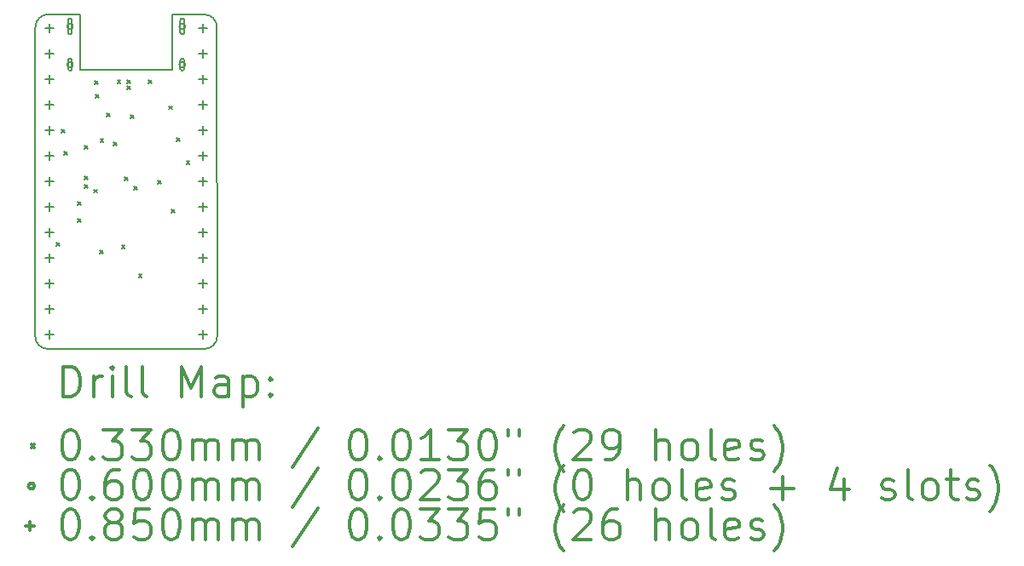
<source format=gbr>
%FSLAX45Y45*%
G04 Gerber Fmt 4.5, Leading zero omitted, Abs format (unit mm)*
G04 Created by KiCad (PCBNEW (5.1.10-1-10_14)) date 2021-09-18 19:47:18*
%MOMM*%
%LPD*%
G01*
G04 APERTURE LIST*
%TA.AperFunction,Profile*%
%ADD10C,0.150000*%
%TD*%
%ADD11C,0.200000*%
%ADD12C,0.300000*%
G04 APERTURE END LIST*
D10*
X3673700Y-1987300D02*
G75*
G03*
X3546700Y-1860300I-127000J0D01*
G01*
X3547970Y-5188970D02*
G75*
G03*
X3674970Y-5061970I0J127000D01*
G01*
X1869030Y-5061970D02*
G75*
G03*
X1996030Y-5188970I127000J0D01*
G01*
X1997300Y-1860300D02*
G75*
G03*
X1870300Y-1987300I0J-127000D01*
G01*
X3229153Y-1860277D02*
X3546700Y-1860300D01*
X3229153Y-2410000D02*
X3229153Y-1860277D01*
X2314753Y-2410000D02*
X3229153Y-2410000D01*
X2314753Y-1860277D02*
X2314753Y-2410000D01*
X1997300Y-1860300D02*
X2314753Y-1860277D01*
X1869030Y-5061970D02*
X1870300Y-1987300D01*
X3673700Y-1987300D02*
X3674970Y-5061970D01*
X3547970Y-5188970D02*
X1996030Y-5188970D01*
D11*
X2074850Y-4127180D02*
X2107850Y-4160180D01*
X2107850Y-4127180D02*
X2074850Y-4160180D01*
X2132540Y-3002530D02*
X2165540Y-3035530D01*
X2165540Y-3002530D02*
X2132540Y-3035530D01*
X2151030Y-3223360D02*
X2184030Y-3256360D01*
X2184030Y-3223360D02*
X2151030Y-3256360D01*
X2287280Y-3890610D02*
X2320280Y-3923610D01*
X2320280Y-3890610D02*
X2287280Y-3923610D01*
X2291130Y-3725570D02*
X2324130Y-3758570D01*
X2324130Y-3725570D02*
X2291130Y-3758570D01*
X2360160Y-3556540D02*
X2393160Y-3589540D01*
X2393160Y-3556540D02*
X2360160Y-3589540D01*
X2360530Y-3469150D02*
X2393530Y-3502150D01*
X2393530Y-3469150D02*
X2360530Y-3502150D01*
X2361040Y-3167390D02*
X2394040Y-3200390D01*
X2394040Y-3167390D02*
X2361040Y-3200390D01*
X2447520Y-3601410D02*
X2480520Y-3634410D01*
X2480520Y-3601410D02*
X2447520Y-3634410D01*
X2459590Y-2525540D02*
X2492590Y-2558540D01*
X2492590Y-2525540D02*
X2459590Y-2558540D01*
X2469970Y-2659900D02*
X2502970Y-2692900D01*
X2502970Y-2659900D02*
X2469970Y-2692900D01*
X2509480Y-4210530D02*
X2542480Y-4243530D01*
X2542480Y-4210530D02*
X2509480Y-4243530D01*
X2514690Y-3097710D02*
X2547690Y-3130710D01*
X2547690Y-3097710D02*
X2514690Y-3130710D01*
X2577070Y-2843360D02*
X2610070Y-2876360D01*
X2610070Y-2843360D02*
X2577070Y-2876360D01*
X2647980Y-3135220D02*
X2680980Y-3168220D01*
X2680980Y-3135220D02*
X2647980Y-3168220D01*
X2684130Y-2513850D02*
X2717130Y-2546850D01*
X2717130Y-2513850D02*
X2684130Y-2546850D01*
X2726450Y-4155650D02*
X2759450Y-4188650D01*
X2759450Y-4155650D02*
X2726450Y-4188650D01*
X2757760Y-3476160D02*
X2790760Y-3509160D01*
X2790760Y-3476160D02*
X2757760Y-3509160D01*
X2780390Y-2512840D02*
X2813390Y-2545840D01*
X2813390Y-2512840D02*
X2780390Y-2545840D01*
X2783690Y-2574560D02*
X2816690Y-2607560D01*
X2816690Y-2574560D02*
X2783690Y-2607560D01*
X2818000Y-2864160D02*
X2851000Y-2897160D01*
X2851000Y-2864160D02*
X2818000Y-2897160D01*
X2845940Y-3575320D02*
X2878940Y-3608320D01*
X2878940Y-3575320D02*
X2845940Y-3608320D01*
X2895610Y-4442160D02*
X2928610Y-4475160D01*
X2928610Y-4442160D02*
X2895610Y-4475160D01*
X2995780Y-2511570D02*
X3028780Y-2544570D01*
X3028780Y-2511570D02*
X2995780Y-2544570D01*
X3085350Y-3516250D02*
X3118350Y-3549250D01*
X3118350Y-3516250D02*
X3085350Y-3549250D01*
X3198720Y-2772070D02*
X3231720Y-2805070D01*
X3231720Y-2772070D02*
X3198720Y-2805070D01*
X3222810Y-3802350D02*
X3255810Y-3835350D01*
X3255810Y-3802350D02*
X3222810Y-3835350D01*
X3273420Y-3089820D02*
X3306420Y-3122820D01*
X3306420Y-3089820D02*
X3273420Y-3122820D01*
X3369820Y-3314710D02*
X3402820Y-3347710D01*
X3402820Y-3314710D02*
X3369820Y-3347710D01*
X2244630Y-1980000D02*
G75*
G03*
X2244630Y-1980000I-30000J0D01*
G01*
X2194630Y-1920000D02*
X2194630Y-2040000D01*
X2234630Y-1920000D02*
X2234630Y-2040000D01*
X2194630Y-2040000D02*
G75*
G03*
X2234630Y-2040000I20000J0D01*
G01*
X2234630Y-1920000D02*
G75*
G03*
X2194630Y-1920000I-20000J0D01*
G01*
X2244630Y-2360000D02*
G75*
G03*
X2244630Y-2360000I-30000J0D01*
G01*
X2194630Y-2320000D02*
X2194630Y-2400000D01*
X2234630Y-2320000D02*
X2234630Y-2400000D01*
X2194630Y-2400000D02*
G75*
G03*
X2234630Y-2400000I20000J0D01*
G01*
X2234630Y-2320000D02*
G75*
G03*
X2194630Y-2320000I-20000J0D01*
G01*
X3359690Y-1980000D02*
G75*
G03*
X3359690Y-1980000I-30000J0D01*
G01*
X3309690Y-1920000D02*
X3309690Y-2040000D01*
X3349690Y-1920000D02*
X3349690Y-2040000D01*
X3309690Y-2040000D02*
G75*
G03*
X3349690Y-2040000I20000J0D01*
G01*
X3349690Y-1920000D02*
G75*
G03*
X3309690Y-1920000I-20000J0D01*
G01*
X3359720Y-2360000D02*
G75*
G03*
X3359720Y-2360000I-30000J0D01*
G01*
X3309720Y-2320000D02*
X3309720Y-2400000D01*
X3349720Y-2320000D02*
X3349720Y-2400000D01*
X3309720Y-2400000D02*
G75*
G03*
X3349720Y-2400000I20000J0D01*
G01*
X3349720Y-2320000D02*
G75*
G03*
X3309720Y-2320000I-20000J0D01*
G01*
X2010160Y-1957500D02*
X2010160Y-2042500D01*
X1967660Y-2000000D02*
X2052660Y-2000000D01*
X2010160Y-2211500D02*
X2010160Y-2296500D01*
X1967660Y-2254000D02*
X2052660Y-2254000D01*
X2010160Y-2465500D02*
X2010160Y-2550500D01*
X1967660Y-2508000D02*
X2052660Y-2508000D01*
X2010160Y-2719500D02*
X2010160Y-2804500D01*
X1967660Y-2762000D02*
X2052660Y-2762000D01*
X2010160Y-2973500D02*
X2010160Y-3058500D01*
X1967660Y-3016000D02*
X2052660Y-3016000D01*
X2010160Y-3227500D02*
X2010160Y-3312500D01*
X1967660Y-3270000D02*
X2052660Y-3270000D01*
X2010160Y-3481500D02*
X2010160Y-3566500D01*
X1967660Y-3524000D02*
X2052660Y-3524000D01*
X2010160Y-3735500D02*
X2010160Y-3820500D01*
X1967660Y-3778000D02*
X2052660Y-3778000D01*
X2010160Y-3989500D02*
X2010160Y-4074500D01*
X1967660Y-4032000D02*
X2052660Y-4032000D01*
X2010160Y-4243500D02*
X2010160Y-4328500D01*
X1967660Y-4286000D02*
X2052660Y-4286000D01*
X2010160Y-4497500D02*
X2010160Y-4582500D01*
X1967660Y-4540000D02*
X2052660Y-4540000D01*
X2010160Y-4751500D02*
X2010160Y-4836500D01*
X1967660Y-4794000D02*
X2052660Y-4794000D01*
X2010160Y-5005500D02*
X2010160Y-5090500D01*
X1967660Y-5048000D02*
X2052660Y-5048000D01*
X3534160Y-1957500D02*
X3534160Y-2042500D01*
X3491660Y-2000000D02*
X3576660Y-2000000D01*
X3534160Y-2211500D02*
X3534160Y-2296500D01*
X3491660Y-2254000D02*
X3576660Y-2254000D01*
X3534160Y-2465500D02*
X3534160Y-2550500D01*
X3491660Y-2508000D02*
X3576660Y-2508000D01*
X3534160Y-2719500D02*
X3534160Y-2804500D01*
X3491660Y-2762000D02*
X3576660Y-2762000D01*
X3534160Y-2973500D02*
X3534160Y-3058500D01*
X3491660Y-3016000D02*
X3576660Y-3016000D01*
X3534160Y-3227500D02*
X3534160Y-3312500D01*
X3491660Y-3270000D02*
X3576660Y-3270000D01*
X3534160Y-3481500D02*
X3534160Y-3566500D01*
X3491660Y-3524000D02*
X3576660Y-3524000D01*
X3534160Y-3735500D02*
X3534160Y-3820500D01*
X3491660Y-3778000D02*
X3576660Y-3778000D01*
X3534160Y-3989500D02*
X3534160Y-4074500D01*
X3491660Y-4032000D02*
X3576660Y-4032000D01*
X3534160Y-4243500D02*
X3534160Y-4328500D01*
X3491660Y-4286000D02*
X3576660Y-4286000D01*
X3534160Y-4497500D02*
X3534160Y-4582500D01*
X3491660Y-4540000D02*
X3576660Y-4540000D01*
X3534160Y-4751500D02*
X3534160Y-4836500D01*
X3491660Y-4794000D02*
X3576660Y-4794000D01*
X3534160Y-5005500D02*
X3534160Y-5090500D01*
X3491660Y-5048000D02*
X3576660Y-5048000D01*
D12*
X2147958Y-5662184D02*
X2147958Y-5362184D01*
X2219387Y-5362184D01*
X2262244Y-5376470D01*
X2290816Y-5405042D01*
X2305101Y-5433613D01*
X2319387Y-5490756D01*
X2319387Y-5533613D01*
X2305101Y-5590756D01*
X2290816Y-5619327D01*
X2262244Y-5647899D01*
X2219387Y-5662184D01*
X2147958Y-5662184D01*
X2447958Y-5662184D02*
X2447958Y-5462184D01*
X2447958Y-5519327D02*
X2462244Y-5490756D01*
X2476530Y-5476470D01*
X2505101Y-5462184D01*
X2533673Y-5462184D01*
X2633673Y-5662184D02*
X2633673Y-5462184D01*
X2633673Y-5362184D02*
X2619387Y-5376470D01*
X2633673Y-5390756D01*
X2647958Y-5376470D01*
X2633673Y-5362184D01*
X2633673Y-5390756D01*
X2819387Y-5662184D02*
X2790816Y-5647899D01*
X2776530Y-5619327D01*
X2776530Y-5362184D01*
X2976530Y-5662184D02*
X2947958Y-5647899D01*
X2933673Y-5619327D01*
X2933673Y-5362184D01*
X3319387Y-5662184D02*
X3319387Y-5362184D01*
X3419387Y-5576470D01*
X3519387Y-5362184D01*
X3519387Y-5662184D01*
X3790816Y-5662184D02*
X3790816Y-5505042D01*
X3776530Y-5476470D01*
X3747958Y-5462184D01*
X3690816Y-5462184D01*
X3662244Y-5476470D01*
X3790816Y-5647899D02*
X3762244Y-5662184D01*
X3690816Y-5662184D01*
X3662244Y-5647899D01*
X3647958Y-5619327D01*
X3647958Y-5590756D01*
X3662244Y-5562184D01*
X3690816Y-5547899D01*
X3762244Y-5547899D01*
X3790816Y-5533613D01*
X3933673Y-5462184D02*
X3933673Y-5762184D01*
X3933673Y-5476470D02*
X3962244Y-5462184D01*
X4019387Y-5462184D01*
X4047958Y-5476470D01*
X4062244Y-5490756D01*
X4076530Y-5519327D01*
X4076530Y-5605041D01*
X4062244Y-5633613D01*
X4047958Y-5647899D01*
X4019387Y-5662184D01*
X3962244Y-5662184D01*
X3933673Y-5647899D01*
X4205101Y-5633613D02*
X4219387Y-5647899D01*
X4205101Y-5662184D01*
X4190816Y-5647899D01*
X4205101Y-5633613D01*
X4205101Y-5662184D01*
X4205101Y-5476470D02*
X4219387Y-5490756D01*
X4205101Y-5505042D01*
X4190816Y-5490756D01*
X4205101Y-5476470D01*
X4205101Y-5505042D01*
X1828530Y-6139970D02*
X1861530Y-6172970D01*
X1861530Y-6139970D02*
X1828530Y-6172970D01*
X2205101Y-5992184D02*
X2233673Y-5992184D01*
X2262244Y-6006470D01*
X2276530Y-6020756D01*
X2290816Y-6049327D01*
X2305101Y-6106470D01*
X2305101Y-6177899D01*
X2290816Y-6235041D01*
X2276530Y-6263613D01*
X2262244Y-6277899D01*
X2233673Y-6292184D01*
X2205101Y-6292184D01*
X2176530Y-6277899D01*
X2162244Y-6263613D01*
X2147958Y-6235041D01*
X2133673Y-6177899D01*
X2133673Y-6106470D01*
X2147958Y-6049327D01*
X2162244Y-6020756D01*
X2176530Y-6006470D01*
X2205101Y-5992184D01*
X2433673Y-6263613D02*
X2447958Y-6277899D01*
X2433673Y-6292184D01*
X2419387Y-6277899D01*
X2433673Y-6263613D01*
X2433673Y-6292184D01*
X2547958Y-5992184D02*
X2733673Y-5992184D01*
X2633673Y-6106470D01*
X2676530Y-6106470D01*
X2705101Y-6120756D01*
X2719387Y-6135041D01*
X2733673Y-6163613D01*
X2733673Y-6235041D01*
X2719387Y-6263613D01*
X2705101Y-6277899D01*
X2676530Y-6292184D01*
X2590816Y-6292184D01*
X2562244Y-6277899D01*
X2547958Y-6263613D01*
X2833673Y-5992184D02*
X3019387Y-5992184D01*
X2919387Y-6106470D01*
X2962244Y-6106470D01*
X2990816Y-6120756D01*
X3005101Y-6135041D01*
X3019387Y-6163613D01*
X3019387Y-6235041D01*
X3005101Y-6263613D01*
X2990816Y-6277899D01*
X2962244Y-6292184D01*
X2876530Y-6292184D01*
X2847958Y-6277899D01*
X2833673Y-6263613D01*
X3205101Y-5992184D02*
X3233673Y-5992184D01*
X3262244Y-6006470D01*
X3276530Y-6020756D01*
X3290816Y-6049327D01*
X3305101Y-6106470D01*
X3305101Y-6177899D01*
X3290816Y-6235041D01*
X3276530Y-6263613D01*
X3262244Y-6277899D01*
X3233673Y-6292184D01*
X3205101Y-6292184D01*
X3176530Y-6277899D01*
X3162244Y-6263613D01*
X3147958Y-6235041D01*
X3133673Y-6177899D01*
X3133673Y-6106470D01*
X3147958Y-6049327D01*
X3162244Y-6020756D01*
X3176530Y-6006470D01*
X3205101Y-5992184D01*
X3433673Y-6292184D02*
X3433673Y-6092184D01*
X3433673Y-6120756D02*
X3447958Y-6106470D01*
X3476530Y-6092184D01*
X3519387Y-6092184D01*
X3547958Y-6106470D01*
X3562244Y-6135041D01*
X3562244Y-6292184D01*
X3562244Y-6135041D02*
X3576530Y-6106470D01*
X3605101Y-6092184D01*
X3647958Y-6092184D01*
X3676530Y-6106470D01*
X3690816Y-6135041D01*
X3690816Y-6292184D01*
X3833673Y-6292184D02*
X3833673Y-6092184D01*
X3833673Y-6120756D02*
X3847958Y-6106470D01*
X3876530Y-6092184D01*
X3919387Y-6092184D01*
X3947958Y-6106470D01*
X3962244Y-6135041D01*
X3962244Y-6292184D01*
X3962244Y-6135041D02*
X3976530Y-6106470D01*
X4005101Y-6092184D01*
X4047958Y-6092184D01*
X4076530Y-6106470D01*
X4090816Y-6135041D01*
X4090816Y-6292184D01*
X4676530Y-5977899D02*
X4419387Y-6363613D01*
X5062244Y-5992184D02*
X5090816Y-5992184D01*
X5119387Y-6006470D01*
X5133673Y-6020756D01*
X5147958Y-6049327D01*
X5162244Y-6106470D01*
X5162244Y-6177899D01*
X5147958Y-6235041D01*
X5133673Y-6263613D01*
X5119387Y-6277899D01*
X5090816Y-6292184D01*
X5062244Y-6292184D01*
X5033673Y-6277899D01*
X5019387Y-6263613D01*
X5005101Y-6235041D01*
X4990816Y-6177899D01*
X4990816Y-6106470D01*
X5005101Y-6049327D01*
X5019387Y-6020756D01*
X5033673Y-6006470D01*
X5062244Y-5992184D01*
X5290816Y-6263613D02*
X5305101Y-6277899D01*
X5290816Y-6292184D01*
X5276530Y-6277899D01*
X5290816Y-6263613D01*
X5290816Y-6292184D01*
X5490816Y-5992184D02*
X5519387Y-5992184D01*
X5547958Y-6006470D01*
X5562244Y-6020756D01*
X5576530Y-6049327D01*
X5590816Y-6106470D01*
X5590816Y-6177899D01*
X5576530Y-6235041D01*
X5562244Y-6263613D01*
X5547958Y-6277899D01*
X5519387Y-6292184D01*
X5490816Y-6292184D01*
X5462244Y-6277899D01*
X5447958Y-6263613D01*
X5433673Y-6235041D01*
X5419387Y-6177899D01*
X5419387Y-6106470D01*
X5433673Y-6049327D01*
X5447958Y-6020756D01*
X5462244Y-6006470D01*
X5490816Y-5992184D01*
X5876530Y-6292184D02*
X5705101Y-6292184D01*
X5790816Y-6292184D02*
X5790816Y-5992184D01*
X5762244Y-6035041D01*
X5733673Y-6063613D01*
X5705101Y-6077899D01*
X5976530Y-5992184D02*
X6162244Y-5992184D01*
X6062244Y-6106470D01*
X6105101Y-6106470D01*
X6133673Y-6120756D01*
X6147958Y-6135041D01*
X6162244Y-6163613D01*
X6162244Y-6235041D01*
X6147958Y-6263613D01*
X6133673Y-6277899D01*
X6105101Y-6292184D01*
X6019387Y-6292184D01*
X5990816Y-6277899D01*
X5976530Y-6263613D01*
X6347958Y-5992184D02*
X6376530Y-5992184D01*
X6405101Y-6006470D01*
X6419387Y-6020756D01*
X6433673Y-6049327D01*
X6447958Y-6106470D01*
X6447958Y-6177899D01*
X6433673Y-6235041D01*
X6419387Y-6263613D01*
X6405101Y-6277899D01*
X6376530Y-6292184D01*
X6347958Y-6292184D01*
X6319387Y-6277899D01*
X6305101Y-6263613D01*
X6290816Y-6235041D01*
X6276530Y-6177899D01*
X6276530Y-6106470D01*
X6290816Y-6049327D01*
X6305101Y-6020756D01*
X6319387Y-6006470D01*
X6347958Y-5992184D01*
X6562244Y-5992184D02*
X6562244Y-6049327D01*
X6676530Y-5992184D02*
X6676530Y-6049327D01*
X7119387Y-6406470D02*
X7105101Y-6392184D01*
X7076530Y-6349327D01*
X7062244Y-6320756D01*
X7047958Y-6277899D01*
X7033673Y-6206470D01*
X7033673Y-6149327D01*
X7047958Y-6077899D01*
X7062244Y-6035041D01*
X7076530Y-6006470D01*
X7105101Y-5963613D01*
X7119387Y-5949327D01*
X7219387Y-6020756D02*
X7233673Y-6006470D01*
X7262244Y-5992184D01*
X7333673Y-5992184D01*
X7362244Y-6006470D01*
X7376530Y-6020756D01*
X7390816Y-6049327D01*
X7390816Y-6077899D01*
X7376530Y-6120756D01*
X7205101Y-6292184D01*
X7390816Y-6292184D01*
X7533673Y-6292184D02*
X7590816Y-6292184D01*
X7619387Y-6277899D01*
X7633673Y-6263613D01*
X7662244Y-6220756D01*
X7676530Y-6163613D01*
X7676530Y-6049327D01*
X7662244Y-6020756D01*
X7647958Y-6006470D01*
X7619387Y-5992184D01*
X7562244Y-5992184D01*
X7533673Y-6006470D01*
X7519387Y-6020756D01*
X7505101Y-6049327D01*
X7505101Y-6120756D01*
X7519387Y-6149327D01*
X7533673Y-6163613D01*
X7562244Y-6177899D01*
X7619387Y-6177899D01*
X7647958Y-6163613D01*
X7662244Y-6149327D01*
X7676530Y-6120756D01*
X8033673Y-6292184D02*
X8033673Y-5992184D01*
X8162244Y-6292184D02*
X8162244Y-6135041D01*
X8147958Y-6106470D01*
X8119387Y-6092184D01*
X8076530Y-6092184D01*
X8047958Y-6106470D01*
X8033673Y-6120756D01*
X8347958Y-6292184D02*
X8319387Y-6277899D01*
X8305101Y-6263613D01*
X8290816Y-6235041D01*
X8290816Y-6149327D01*
X8305101Y-6120756D01*
X8319387Y-6106470D01*
X8347958Y-6092184D01*
X8390816Y-6092184D01*
X8419387Y-6106470D01*
X8433673Y-6120756D01*
X8447958Y-6149327D01*
X8447958Y-6235041D01*
X8433673Y-6263613D01*
X8419387Y-6277899D01*
X8390816Y-6292184D01*
X8347958Y-6292184D01*
X8619387Y-6292184D02*
X8590816Y-6277899D01*
X8576530Y-6249327D01*
X8576530Y-5992184D01*
X8847958Y-6277899D02*
X8819387Y-6292184D01*
X8762244Y-6292184D01*
X8733673Y-6277899D01*
X8719387Y-6249327D01*
X8719387Y-6135041D01*
X8733673Y-6106470D01*
X8762244Y-6092184D01*
X8819387Y-6092184D01*
X8847958Y-6106470D01*
X8862244Y-6135041D01*
X8862244Y-6163613D01*
X8719387Y-6192184D01*
X8976530Y-6277899D02*
X9005101Y-6292184D01*
X9062244Y-6292184D01*
X9090816Y-6277899D01*
X9105101Y-6249327D01*
X9105101Y-6235041D01*
X9090816Y-6206470D01*
X9062244Y-6192184D01*
X9019387Y-6192184D01*
X8990816Y-6177899D01*
X8976530Y-6149327D01*
X8976530Y-6135041D01*
X8990816Y-6106470D01*
X9019387Y-6092184D01*
X9062244Y-6092184D01*
X9090816Y-6106470D01*
X9205101Y-6406470D02*
X9219387Y-6392184D01*
X9247958Y-6349327D01*
X9262244Y-6320756D01*
X9276530Y-6277899D01*
X9290816Y-6206470D01*
X9290816Y-6149327D01*
X9276530Y-6077899D01*
X9262244Y-6035041D01*
X9247958Y-6006470D01*
X9219387Y-5963613D01*
X9205101Y-5949327D01*
X1861530Y-6552470D02*
G75*
G03*
X1861530Y-6552470I-30000J0D01*
G01*
X2205101Y-6388184D02*
X2233673Y-6388184D01*
X2262244Y-6402470D01*
X2276530Y-6416756D01*
X2290816Y-6445327D01*
X2305101Y-6502470D01*
X2305101Y-6573899D01*
X2290816Y-6631041D01*
X2276530Y-6659613D01*
X2262244Y-6673899D01*
X2233673Y-6688184D01*
X2205101Y-6688184D01*
X2176530Y-6673899D01*
X2162244Y-6659613D01*
X2147958Y-6631041D01*
X2133673Y-6573899D01*
X2133673Y-6502470D01*
X2147958Y-6445327D01*
X2162244Y-6416756D01*
X2176530Y-6402470D01*
X2205101Y-6388184D01*
X2433673Y-6659613D02*
X2447958Y-6673899D01*
X2433673Y-6688184D01*
X2419387Y-6673899D01*
X2433673Y-6659613D01*
X2433673Y-6688184D01*
X2705101Y-6388184D02*
X2647958Y-6388184D01*
X2619387Y-6402470D01*
X2605101Y-6416756D01*
X2576530Y-6459613D01*
X2562244Y-6516756D01*
X2562244Y-6631041D01*
X2576530Y-6659613D01*
X2590816Y-6673899D01*
X2619387Y-6688184D01*
X2676530Y-6688184D01*
X2705101Y-6673899D01*
X2719387Y-6659613D01*
X2733673Y-6631041D01*
X2733673Y-6559613D01*
X2719387Y-6531041D01*
X2705101Y-6516756D01*
X2676530Y-6502470D01*
X2619387Y-6502470D01*
X2590816Y-6516756D01*
X2576530Y-6531041D01*
X2562244Y-6559613D01*
X2919387Y-6388184D02*
X2947958Y-6388184D01*
X2976530Y-6402470D01*
X2990816Y-6416756D01*
X3005101Y-6445327D01*
X3019387Y-6502470D01*
X3019387Y-6573899D01*
X3005101Y-6631041D01*
X2990816Y-6659613D01*
X2976530Y-6673899D01*
X2947958Y-6688184D01*
X2919387Y-6688184D01*
X2890816Y-6673899D01*
X2876530Y-6659613D01*
X2862244Y-6631041D01*
X2847958Y-6573899D01*
X2847958Y-6502470D01*
X2862244Y-6445327D01*
X2876530Y-6416756D01*
X2890816Y-6402470D01*
X2919387Y-6388184D01*
X3205101Y-6388184D02*
X3233673Y-6388184D01*
X3262244Y-6402470D01*
X3276530Y-6416756D01*
X3290816Y-6445327D01*
X3305101Y-6502470D01*
X3305101Y-6573899D01*
X3290816Y-6631041D01*
X3276530Y-6659613D01*
X3262244Y-6673899D01*
X3233673Y-6688184D01*
X3205101Y-6688184D01*
X3176530Y-6673899D01*
X3162244Y-6659613D01*
X3147958Y-6631041D01*
X3133673Y-6573899D01*
X3133673Y-6502470D01*
X3147958Y-6445327D01*
X3162244Y-6416756D01*
X3176530Y-6402470D01*
X3205101Y-6388184D01*
X3433673Y-6688184D02*
X3433673Y-6488184D01*
X3433673Y-6516756D02*
X3447958Y-6502470D01*
X3476530Y-6488184D01*
X3519387Y-6488184D01*
X3547958Y-6502470D01*
X3562244Y-6531041D01*
X3562244Y-6688184D01*
X3562244Y-6531041D02*
X3576530Y-6502470D01*
X3605101Y-6488184D01*
X3647958Y-6488184D01*
X3676530Y-6502470D01*
X3690816Y-6531041D01*
X3690816Y-6688184D01*
X3833673Y-6688184D02*
X3833673Y-6488184D01*
X3833673Y-6516756D02*
X3847958Y-6502470D01*
X3876530Y-6488184D01*
X3919387Y-6488184D01*
X3947958Y-6502470D01*
X3962244Y-6531041D01*
X3962244Y-6688184D01*
X3962244Y-6531041D02*
X3976530Y-6502470D01*
X4005101Y-6488184D01*
X4047958Y-6488184D01*
X4076530Y-6502470D01*
X4090816Y-6531041D01*
X4090816Y-6688184D01*
X4676530Y-6373899D02*
X4419387Y-6759613D01*
X5062244Y-6388184D02*
X5090816Y-6388184D01*
X5119387Y-6402470D01*
X5133673Y-6416756D01*
X5147958Y-6445327D01*
X5162244Y-6502470D01*
X5162244Y-6573899D01*
X5147958Y-6631041D01*
X5133673Y-6659613D01*
X5119387Y-6673899D01*
X5090816Y-6688184D01*
X5062244Y-6688184D01*
X5033673Y-6673899D01*
X5019387Y-6659613D01*
X5005101Y-6631041D01*
X4990816Y-6573899D01*
X4990816Y-6502470D01*
X5005101Y-6445327D01*
X5019387Y-6416756D01*
X5033673Y-6402470D01*
X5062244Y-6388184D01*
X5290816Y-6659613D02*
X5305101Y-6673899D01*
X5290816Y-6688184D01*
X5276530Y-6673899D01*
X5290816Y-6659613D01*
X5290816Y-6688184D01*
X5490816Y-6388184D02*
X5519387Y-6388184D01*
X5547958Y-6402470D01*
X5562244Y-6416756D01*
X5576530Y-6445327D01*
X5590816Y-6502470D01*
X5590816Y-6573899D01*
X5576530Y-6631041D01*
X5562244Y-6659613D01*
X5547958Y-6673899D01*
X5519387Y-6688184D01*
X5490816Y-6688184D01*
X5462244Y-6673899D01*
X5447958Y-6659613D01*
X5433673Y-6631041D01*
X5419387Y-6573899D01*
X5419387Y-6502470D01*
X5433673Y-6445327D01*
X5447958Y-6416756D01*
X5462244Y-6402470D01*
X5490816Y-6388184D01*
X5705101Y-6416756D02*
X5719387Y-6402470D01*
X5747958Y-6388184D01*
X5819387Y-6388184D01*
X5847958Y-6402470D01*
X5862244Y-6416756D01*
X5876530Y-6445327D01*
X5876530Y-6473899D01*
X5862244Y-6516756D01*
X5690816Y-6688184D01*
X5876530Y-6688184D01*
X5976530Y-6388184D02*
X6162244Y-6388184D01*
X6062244Y-6502470D01*
X6105101Y-6502470D01*
X6133673Y-6516756D01*
X6147958Y-6531041D01*
X6162244Y-6559613D01*
X6162244Y-6631041D01*
X6147958Y-6659613D01*
X6133673Y-6673899D01*
X6105101Y-6688184D01*
X6019387Y-6688184D01*
X5990816Y-6673899D01*
X5976530Y-6659613D01*
X6419387Y-6388184D02*
X6362244Y-6388184D01*
X6333673Y-6402470D01*
X6319387Y-6416756D01*
X6290816Y-6459613D01*
X6276530Y-6516756D01*
X6276530Y-6631041D01*
X6290816Y-6659613D01*
X6305101Y-6673899D01*
X6333673Y-6688184D01*
X6390816Y-6688184D01*
X6419387Y-6673899D01*
X6433673Y-6659613D01*
X6447958Y-6631041D01*
X6447958Y-6559613D01*
X6433673Y-6531041D01*
X6419387Y-6516756D01*
X6390816Y-6502470D01*
X6333673Y-6502470D01*
X6305101Y-6516756D01*
X6290816Y-6531041D01*
X6276530Y-6559613D01*
X6562244Y-6388184D02*
X6562244Y-6445327D01*
X6676530Y-6388184D02*
X6676530Y-6445327D01*
X7119387Y-6802470D02*
X7105101Y-6788184D01*
X7076530Y-6745327D01*
X7062244Y-6716756D01*
X7047958Y-6673899D01*
X7033673Y-6602470D01*
X7033673Y-6545327D01*
X7047958Y-6473899D01*
X7062244Y-6431041D01*
X7076530Y-6402470D01*
X7105101Y-6359613D01*
X7119387Y-6345327D01*
X7290816Y-6388184D02*
X7319387Y-6388184D01*
X7347958Y-6402470D01*
X7362244Y-6416756D01*
X7376530Y-6445327D01*
X7390816Y-6502470D01*
X7390816Y-6573899D01*
X7376530Y-6631041D01*
X7362244Y-6659613D01*
X7347958Y-6673899D01*
X7319387Y-6688184D01*
X7290816Y-6688184D01*
X7262244Y-6673899D01*
X7247958Y-6659613D01*
X7233673Y-6631041D01*
X7219387Y-6573899D01*
X7219387Y-6502470D01*
X7233673Y-6445327D01*
X7247958Y-6416756D01*
X7262244Y-6402470D01*
X7290816Y-6388184D01*
X7747958Y-6688184D02*
X7747958Y-6388184D01*
X7876530Y-6688184D02*
X7876530Y-6531041D01*
X7862244Y-6502470D01*
X7833673Y-6488184D01*
X7790816Y-6488184D01*
X7762244Y-6502470D01*
X7747958Y-6516756D01*
X8062244Y-6688184D02*
X8033673Y-6673899D01*
X8019387Y-6659613D01*
X8005101Y-6631041D01*
X8005101Y-6545327D01*
X8019387Y-6516756D01*
X8033673Y-6502470D01*
X8062244Y-6488184D01*
X8105101Y-6488184D01*
X8133673Y-6502470D01*
X8147958Y-6516756D01*
X8162244Y-6545327D01*
X8162244Y-6631041D01*
X8147958Y-6659613D01*
X8133673Y-6673899D01*
X8105101Y-6688184D01*
X8062244Y-6688184D01*
X8333673Y-6688184D02*
X8305101Y-6673899D01*
X8290816Y-6645327D01*
X8290816Y-6388184D01*
X8562244Y-6673899D02*
X8533673Y-6688184D01*
X8476530Y-6688184D01*
X8447958Y-6673899D01*
X8433673Y-6645327D01*
X8433673Y-6531041D01*
X8447958Y-6502470D01*
X8476530Y-6488184D01*
X8533673Y-6488184D01*
X8562244Y-6502470D01*
X8576530Y-6531041D01*
X8576530Y-6559613D01*
X8433673Y-6588184D01*
X8690816Y-6673899D02*
X8719387Y-6688184D01*
X8776530Y-6688184D01*
X8805101Y-6673899D01*
X8819387Y-6645327D01*
X8819387Y-6631041D01*
X8805101Y-6602470D01*
X8776530Y-6588184D01*
X8733673Y-6588184D01*
X8705101Y-6573899D01*
X8690816Y-6545327D01*
X8690816Y-6531041D01*
X8705101Y-6502470D01*
X8733673Y-6488184D01*
X8776530Y-6488184D01*
X8805101Y-6502470D01*
X9176530Y-6573899D02*
X9405101Y-6573899D01*
X9290816Y-6688184D02*
X9290816Y-6459613D01*
X9905101Y-6488184D02*
X9905101Y-6688184D01*
X9833673Y-6373899D02*
X9762244Y-6588184D01*
X9947958Y-6588184D01*
X10276530Y-6673899D02*
X10305101Y-6688184D01*
X10362244Y-6688184D01*
X10390816Y-6673899D01*
X10405101Y-6645327D01*
X10405101Y-6631041D01*
X10390816Y-6602470D01*
X10362244Y-6588184D01*
X10319387Y-6588184D01*
X10290816Y-6573899D01*
X10276530Y-6545327D01*
X10276530Y-6531041D01*
X10290816Y-6502470D01*
X10319387Y-6488184D01*
X10362244Y-6488184D01*
X10390816Y-6502470D01*
X10576530Y-6688184D02*
X10547958Y-6673899D01*
X10533673Y-6645327D01*
X10533673Y-6388184D01*
X10733673Y-6688184D02*
X10705101Y-6673899D01*
X10690816Y-6659613D01*
X10676530Y-6631041D01*
X10676530Y-6545327D01*
X10690816Y-6516756D01*
X10705101Y-6502470D01*
X10733673Y-6488184D01*
X10776530Y-6488184D01*
X10805101Y-6502470D01*
X10819387Y-6516756D01*
X10833673Y-6545327D01*
X10833673Y-6631041D01*
X10819387Y-6659613D01*
X10805101Y-6673899D01*
X10776530Y-6688184D01*
X10733673Y-6688184D01*
X10919387Y-6488184D02*
X11033673Y-6488184D01*
X10962244Y-6388184D02*
X10962244Y-6645327D01*
X10976530Y-6673899D01*
X11005101Y-6688184D01*
X11033673Y-6688184D01*
X11119387Y-6673899D02*
X11147958Y-6688184D01*
X11205101Y-6688184D01*
X11233673Y-6673899D01*
X11247958Y-6645327D01*
X11247958Y-6631041D01*
X11233673Y-6602470D01*
X11205101Y-6588184D01*
X11162244Y-6588184D01*
X11133673Y-6573899D01*
X11119387Y-6545327D01*
X11119387Y-6531041D01*
X11133673Y-6502470D01*
X11162244Y-6488184D01*
X11205101Y-6488184D01*
X11233673Y-6502470D01*
X11347958Y-6802470D02*
X11362244Y-6788184D01*
X11390816Y-6745327D01*
X11405101Y-6716756D01*
X11419387Y-6673899D01*
X11433673Y-6602470D01*
X11433673Y-6545327D01*
X11419387Y-6473899D01*
X11405101Y-6431041D01*
X11390816Y-6402470D01*
X11362244Y-6359613D01*
X11347958Y-6345327D01*
X1819030Y-6905970D02*
X1819030Y-6990970D01*
X1776530Y-6948470D02*
X1861530Y-6948470D01*
X2205101Y-6784184D02*
X2233673Y-6784184D01*
X2262244Y-6798470D01*
X2276530Y-6812756D01*
X2290816Y-6841327D01*
X2305101Y-6898470D01*
X2305101Y-6969899D01*
X2290816Y-7027041D01*
X2276530Y-7055613D01*
X2262244Y-7069899D01*
X2233673Y-7084184D01*
X2205101Y-7084184D01*
X2176530Y-7069899D01*
X2162244Y-7055613D01*
X2147958Y-7027041D01*
X2133673Y-6969899D01*
X2133673Y-6898470D01*
X2147958Y-6841327D01*
X2162244Y-6812756D01*
X2176530Y-6798470D01*
X2205101Y-6784184D01*
X2433673Y-7055613D02*
X2447958Y-7069899D01*
X2433673Y-7084184D01*
X2419387Y-7069899D01*
X2433673Y-7055613D01*
X2433673Y-7084184D01*
X2619387Y-6912756D02*
X2590816Y-6898470D01*
X2576530Y-6884184D01*
X2562244Y-6855613D01*
X2562244Y-6841327D01*
X2576530Y-6812756D01*
X2590816Y-6798470D01*
X2619387Y-6784184D01*
X2676530Y-6784184D01*
X2705101Y-6798470D01*
X2719387Y-6812756D01*
X2733673Y-6841327D01*
X2733673Y-6855613D01*
X2719387Y-6884184D01*
X2705101Y-6898470D01*
X2676530Y-6912756D01*
X2619387Y-6912756D01*
X2590816Y-6927041D01*
X2576530Y-6941327D01*
X2562244Y-6969899D01*
X2562244Y-7027041D01*
X2576530Y-7055613D01*
X2590816Y-7069899D01*
X2619387Y-7084184D01*
X2676530Y-7084184D01*
X2705101Y-7069899D01*
X2719387Y-7055613D01*
X2733673Y-7027041D01*
X2733673Y-6969899D01*
X2719387Y-6941327D01*
X2705101Y-6927041D01*
X2676530Y-6912756D01*
X3005101Y-6784184D02*
X2862244Y-6784184D01*
X2847958Y-6927041D01*
X2862244Y-6912756D01*
X2890816Y-6898470D01*
X2962244Y-6898470D01*
X2990816Y-6912756D01*
X3005101Y-6927041D01*
X3019387Y-6955613D01*
X3019387Y-7027041D01*
X3005101Y-7055613D01*
X2990816Y-7069899D01*
X2962244Y-7084184D01*
X2890816Y-7084184D01*
X2862244Y-7069899D01*
X2847958Y-7055613D01*
X3205101Y-6784184D02*
X3233673Y-6784184D01*
X3262244Y-6798470D01*
X3276530Y-6812756D01*
X3290816Y-6841327D01*
X3305101Y-6898470D01*
X3305101Y-6969899D01*
X3290816Y-7027041D01*
X3276530Y-7055613D01*
X3262244Y-7069899D01*
X3233673Y-7084184D01*
X3205101Y-7084184D01*
X3176530Y-7069899D01*
X3162244Y-7055613D01*
X3147958Y-7027041D01*
X3133673Y-6969899D01*
X3133673Y-6898470D01*
X3147958Y-6841327D01*
X3162244Y-6812756D01*
X3176530Y-6798470D01*
X3205101Y-6784184D01*
X3433673Y-7084184D02*
X3433673Y-6884184D01*
X3433673Y-6912756D02*
X3447958Y-6898470D01*
X3476530Y-6884184D01*
X3519387Y-6884184D01*
X3547958Y-6898470D01*
X3562244Y-6927041D01*
X3562244Y-7084184D01*
X3562244Y-6927041D02*
X3576530Y-6898470D01*
X3605101Y-6884184D01*
X3647958Y-6884184D01*
X3676530Y-6898470D01*
X3690816Y-6927041D01*
X3690816Y-7084184D01*
X3833673Y-7084184D02*
X3833673Y-6884184D01*
X3833673Y-6912756D02*
X3847958Y-6898470D01*
X3876530Y-6884184D01*
X3919387Y-6884184D01*
X3947958Y-6898470D01*
X3962244Y-6927041D01*
X3962244Y-7084184D01*
X3962244Y-6927041D02*
X3976530Y-6898470D01*
X4005101Y-6884184D01*
X4047958Y-6884184D01*
X4076530Y-6898470D01*
X4090816Y-6927041D01*
X4090816Y-7084184D01*
X4676530Y-6769899D02*
X4419387Y-7155613D01*
X5062244Y-6784184D02*
X5090816Y-6784184D01*
X5119387Y-6798470D01*
X5133673Y-6812756D01*
X5147958Y-6841327D01*
X5162244Y-6898470D01*
X5162244Y-6969899D01*
X5147958Y-7027041D01*
X5133673Y-7055613D01*
X5119387Y-7069899D01*
X5090816Y-7084184D01*
X5062244Y-7084184D01*
X5033673Y-7069899D01*
X5019387Y-7055613D01*
X5005101Y-7027041D01*
X4990816Y-6969899D01*
X4990816Y-6898470D01*
X5005101Y-6841327D01*
X5019387Y-6812756D01*
X5033673Y-6798470D01*
X5062244Y-6784184D01*
X5290816Y-7055613D02*
X5305101Y-7069899D01*
X5290816Y-7084184D01*
X5276530Y-7069899D01*
X5290816Y-7055613D01*
X5290816Y-7084184D01*
X5490816Y-6784184D02*
X5519387Y-6784184D01*
X5547958Y-6798470D01*
X5562244Y-6812756D01*
X5576530Y-6841327D01*
X5590816Y-6898470D01*
X5590816Y-6969899D01*
X5576530Y-7027041D01*
X5562244Y-7055613D01*
X5547958Y-7069899D01*
X5519387Y-7084184D01*
X5490816Y-7084184D01*
X5462244Y-7069899D01*
X5447958Y-7055613D01*
X5433673Y-7027041D01*
X5419387Y-6969899D01*
X5419387Y-6898470D01*
X5433673Y-6841327D01*
X5447958Y-6812756D01*
X5462244Y-6798470D01*
X5490816Y-6784184D01*
X5690816Y-6784184D02*
X5876530Y-6784184D01*
X5776530Y-6898470D01*
X5819387Y-6898470D01*
X5847958Y-6912756D01*
X5862244Y-6927041D01*
X5876530Y-6955613D01*
X5876530Y-7027041D01*
X5862244Y-7055613D01*
X5847958Y-7069899D01*
X5819387Y-7084184D01*
X5733673Y-7084184D01*
X5705101Y-7069899D01*
X5690816Y-7055613D01*
X5976530Y-6784184D02*
X6162244Y-6784184D01*
X6062244Y-6898470D01*
X6105101Y-6898470D01*
X6133673Y-6912756D01*
X6147958Y-6927041D01*
X6162244Y-6955613D01*
X6162244Y-7027041D01*
X6147958Y-7055613D01*
X6133673Y-7069899D01*
X6105101Y-7084184D01*
X6019387Y-7084184D01*
X5990816Y-7069899D01*
X5976530Y-7055613D01*
X6433673Y-6784184D02*
X6290816Y-6784184D01*
X6276530Y-6927041D01*
X6290816Y-6912756D01*
X6319387Y-6898470D01*
X6390816Y-6898470D01*
X6419387Y-6912756D01*
X6433673Y-6927041D01*
X6447958Y-6955613D01*
X6447958Y-7027041D01*
X6433673Y-7055613D01*
X6419387Y-7069899D01*
X6390816Y-7084184D01*
X6319387Y-7084184D01*
X6290816Y-7069899D01*
X6276530Y-7055613D01*
X6562244Y-6784184D02*
X6562244Y-6841327D01*
X6676530Y-6784184D02*
X6676530Y-6841327D01*
X7119387Y-7198470D02*
X7105101Y-7184184D01*
X7076530Y-7141327D01*
X7062244Y-7112756D01*
X7047958Y-7069899D01*
X7033673Y-6998470D01*
X7033673Y-6941327D01*
X7047958Y-6869899D01*
X7062244Y-6827041D01*
X7076530Y-6798470D01*
X7105101Y-6755613D01*
X7119387Y-6741327D01*
X7219387Y-6812756D02*
X7233673Y-6798470D01*
X7262244Y-6784184D01*
X7333673Y-6784184D01*
X7362244Y-6798470D01*
X7376530Y-6812756D01*
X7390816Y-6841327D01*
X7390816Y-6869899D01*
X7376530Y-6912756D01*
X7205101Y-7084184D01*
X7390816Y-7084184D01*
X7647958Y-6784184D02*
X7590816Y-6784184D01*
X7562244Y-6798470D01*
X7547958Y-6812756D01*
X7519387Y-6855613D01*
X7505101Y-6912756D01*
X7505101Y-7027041D01*
X7519387Y-7055613D01*
X7533673Y-7069899D01*
X7562244Y-7084184D01*
X7619387Y-7084184D01*
X7647958Y-7069899D01*
X7662244Y-7055613D01*
X7676530Y-7027041D01*
X7676530Y-6955613D01*
X7662244Y-6927041D01*
X7647958Y-6912756D01*
X7619387Y-6898470D01*
X7562244Y-6898470D01*
X7533673Y-6912756D01*
X7519387Y-6927041D01*
X7505101Y-6955613D01*
X8033673Y-7084184D02*
X8033673Y-6784184D01*
X8162244Y-7084184D02*
X8162244Y-6927041D01*
X8147958Y-6898470D01*
X8119387Y-6884184D01*
X8076530Y-6884184D01*
X8047958Y-6898470D01*
X8033673Y-6912756D01*
X8347958Y-7084184D02*
X8319387Y-7069899D01*
X8305101Y-7055613D01*
X8290816Y-7027041D01*
X8290816Y-6941327D01*
X8305101Y-6912756D01*
X8319387Y-6898470D01*
X8347958Y-6884184D01*
X8390816Y-6884184D01*
X8419387Y-6898470D01*
X8433673Y-6912756D01*
X8447958Y-6941327D01*
X8447958Y-7027041D01*
X8433673Y-7055613D01*
X8419387Y-7069899D01*
X8390816Y-7084184D01*
X8347958Y-7084184D01*
X8619387Y-7084184D02*
X8590816Y-7069899D01*
X8576530Y-7041327D01*
X8576530Y-6784184D01*
X8847958Y-7069899D02*
X8819387Y-7084184D01*
X8762244Y-7084184D01*
X8733673Y-7069899D01*
X8719387Y-7041327D01*
X8719387Y-6927041D01*
X8733673Y-6898470D01*
X8762244Y-6884184D01*
X8819387Y-6884184D01*
X8847958Y-6898470D01*
X8862244Y-6927041D01*
X8862244Y-6955613D01*
X8719387Y-6984184D01*
X8976530Y-7069899D02*
X9005101Y-7084184D01*
X9062244Y-7084184D01*
X9090816Y-7069899D01*
X9105101Y-7041327D01*
X9105101Y-7027041D01*
X9090816Y-6998470D01*
X9062244Y-6984184D01*
X9019387Y-6984184D01*
X8990816Y-6969899D01*
X8976530Y-6941327D01*
X8976530Y-6927041D01*
X8990816Y-6898470D01*
X9019387Y-6884184D01*
X9062244Y-6884184D01*
X9090816Y-6898470D01*
X9205101Y-7198470D02*
X9219387Y-7184184D01*
X9247958Y-7141327D01*
X9262244Y-7112756D01*
X9276530Y-7069899D01*
X9290816Y-6998470D01*
X9290816Y-6941327D01*
X9276530Y-6869899D01*
X9262244Y-6827041D01*
X9247958Y-6798470D01*
X9219387Y-6755613D01*
X9205101Y-6741327D01*
M02*

</source>
